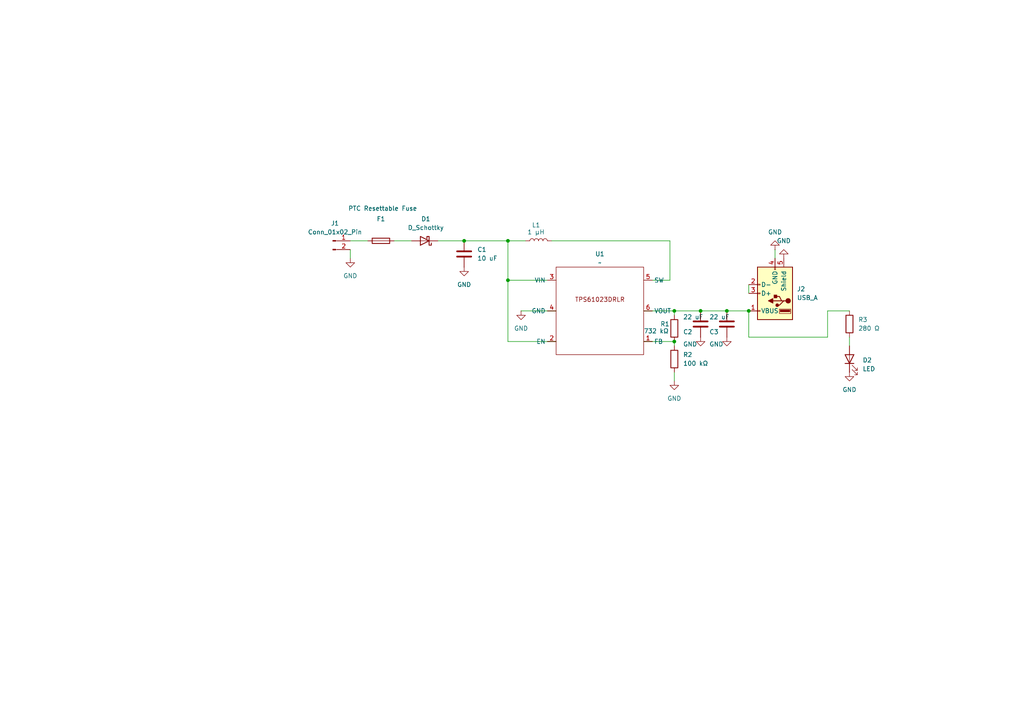
<source format=kicad_sch>
(kicad_sch (version 20231120) (generator "eeschema") (generator_version "8.0")
  (paper "A4")
  (lib_symbols
    (symbol "Connector:Conn_01x02_Pin" (pin_names (offset 1.016) hide)
      (property "Reference" "J" (at 0 2.54 0))
      (property "Value" "Conn_01x02_Pin" (at 0 -5.08 0))
      (symbol "Conn_01x02_Pin_1_1"
        (polyline (pts (xy 1.27 -2.54) (xy 0.8636 -2.54)) (stroke (width 0.1524)))
        (polyline (pts (xy 1.27 0) (xy 0.8636 0)) (stroke (width 0.1524)))
        (rectangle (start 0.8636 -2.413) (end 0 -2.667) (stroke (width 0.1524)) (fill (type outline)))
        (rectangle (start 0.8636 0.127) (end 0 -0.127) (stroke (width 0.1524)) (fill (type outline)))
        (pin passive line (at 5.08 0 180) (length 3.81) (name "Pin_1") (number "1"))
        (pin passive line (at 5.08 -2.54 180) (length 3.81) (name "Pin_2") (number "2"))
      )
    )
    (symbol "Connector:USB_A" (pin_names (offset 1.016))
      (property "Reference" "J" (at -5.08 11.43 0))
      (property "Value" "USB_A" (at -5.08 8.89 0))
      (symbol "USB_A_0_1"
        (rectangle (start -5.08 -7.62) (end 5.08 7.62) (stroke (width 0.254)) (fill (type background)))
        (circle (center -3.81 2.159) (radius 0.635) (stroke (width 0.254)) (fill (type outline)))
        (rectangle (start -1.524 4.826) (end -4.318 5.334) (fill (type outline)))
        (rectangle (start -1.27 4.572) (end -4.572 5.842))
        (circle (center -0.635 3.429) (radius 0.381) (stroke (width 0.254)) (fill (type outline)))
        (rectangle (start -0.127 -7.62) (end 0.127 -6.858))
        (polyline (pts (xy -3.175 2.159) (xy -2.54 2.159) (xy -1.27 3.429) (xy -0.635 3.429)) (stroke (width 0.254)))
        (polyline (pts (xy -2.54 2.159) (xy -1.905 2.159) (xy -1.27 0.889) (xy 0 0.889)) (stroke (width 0.254)))
        (polyline (pts (xy 0.635 2.794) (xy 0.635 1.524) (xy 1.905 2.159) (xy 0.635 2.794)) (stroke (width 0.254)) (fill (type outline)))
        (rectangle (start 0.254 1.27) (end -0.508 0.508) (stroke (width 0.254)) (fill (type outline)))
        (rectangle (start 5.08 -2.667) (end 4.318 -2.413))
        (rectangle (start 5.08 -0.127) (end 4.318 0.127))
        (rectangle (start 5.08 4.953) (end 4.318 5.207))
      )
      (symbol "USB_A_1_1"
        (polyline (pts (xy -1.905 2.159) (xy 0.635 2.159)) (stroke (width 0.254)))
        (pin power_in line (at 7.62 5.08 180) (length 2.54) (name "VBUS") (number "1"))
        (pin bidirectional line (at 7.62 -2.54 180) (length 2.54) (name "D-") (number "2"))
        (pin bidirectional line (at 7.62 0 180) (length 2.54) (name "D+") (number "3"))
        (pin power_in line (at 0 -10.16 90) (length 2.54) (name "GND") (number "4"))
        (pin passive line (at -2.54 -10.16 90) (length 2.54) (name "Shield") (number "5"))
      )
    )
    (symbol "Device:C" (pin_numbers hide) (pin_names (offset 0.254))
      (property "Reference" "C" (at 0.635 2.54 0))
      (property "Value" "C" (at 0.635 -2.54 0))
      (symbol "C_0_1"
        (polyline (pts (xy -2.032 -0.762) (xy 2.032 -0.762)) (stroke (width 0.508)))
        (polyline (pts (xy -2.032 0.762) (xy 2.032 0.762)) (stroke (width 0.508)))
      )
      (symbol "C_1_1"
        (pin passive line (at 0 3.81 270) (length 2.794) (name "~") (number "1"))
        (pin passive line (at 0 -3.81 90) (length 2.794) (name "~") (number "2"))
      )
    )
    (symbol "Device:D_Schottky" (pin_numbers hide) (pin_names (offset 1.016) hide)
      (property "Reference" "D" (at 0 2.54 0))
      (property "Value" "D_Schottky" (at 0 -2.54 0))
      (symbol "D_Schottky_0_1"
        (polyline (pts (xy 1.27 0) (xy -1.27 0)))
        (polyline (pts (xy 1.27 1.27) (xy 1.27 -1.27) (xy -1.27 0) (xy 1.27 1.27)) (stroke (width 0.254)))
        (polyline (pts (xy -1.905 0.635) (xy -1.905 1.27) (xy -1.27 1.27) (xy -1.27 -1.27) (xy -0.635 -1.27) (xy -0.635 -0.635)) (stroke (width 0.254)))
      )
      (symbol "D_Schottky_1_1"
        (pin passive line (at -3.81 0 0) (length 2.54) (name "K") (number "1"))
        (pin passive line (at 3.81 0 180) (length 2.54) (name "A") (number "2"))
      )
    )
    (symbol "Device:Fuse" (pin_numbers hide) (pin_names (offset 0))
      (property "Reference" "F" (at 2.032 0 90))
      (property "Value" "Fuse" (at -1.905 0 90))
      (symbol "Fuse_0_1"
        (rectangle (start -0.762 -2.54) (end 0.762 2.54) (stroke (width 0.254)))
        (polyline (pts (xy 0 2.54) (xy 0 -2.54)))
      )
      (symbol "Fuse_1_1"
        (pin passive line (at 0 3.81 270) (length 1.27) (name "~") (number "1"))
        (pin passive line (at 0 -3.81 90) (length 1.27) (name "~") (number "2"))
      )
    )
    (symbol "Device:L" (pin_numbers hide) (pin_names (offset 1.016) hide)
      (property "Reference" "L" (at -1.27 0 90))
      (property "Value" "L" (at 1.905 0 90))
      (symbol "L_0_1"
        (arc (start 0 -2.54) (mid 0.6323 -1.905) (end 0 -1.27))
        (arc (start 0 -1.27) (mid 0.6323 -0.635) (end 0 0))
        (arc (start 0 0) (mid 0.6323 0.635) (end 0 1.27))
        (arc (start 0 1.27) (mid 0.6323 1.905) (end 0 2.54))
      )
      (symbol "L_1_1"
        (pin passive line (at 0 3.81 270) (length 1.27) (name "1") (number "1"))
        (pin passive line (at 0 -3.81 90) (length 1.27) (name "2") (number "2"))
      )
    )
    (symbol "Device:LED" (pin_numbers hide) (pin_names (offset 1.016) hide)
      (property "Reference" "D" (at 0 2.54 0))
      (property "Value" "LED" (at 0 -2.54 0))
      (symbol "LED_0_1"
        (polyline (pts (xy -1.27 -1.27) (xy -1.27 1.27)) (stroke (width 0.254)))
        (polyline (pts (xy -1.27 0) (xy 1.27 0)))
        (polyline (pts (xy 1.27 -1.27) (xy 1.27 1.27) (xy -1.27 0) (xy 1.27 -1.27)) (stroke (width 0.254)))
        (polyline (pts (xy -3.048 -0.762) (xy -4.572 -2.286) (xy -3.81 -2.286) (xy -4.572 -2.286) (xy -4.572 -1.524)))
        (polyline (pts (xy -1.778 -0.762) (xy -3.302 -2.286) (xy -2.54 -2.286) (xy -3.302 -2.286) (xy -3.302 -1.524)))
      )
      (symbol "LED_1_1"
        (pin passive line (at -3.81 0 0) (length 2.54) (name "K") (number "1"))
        (pin passive line (at 3.81 0 180) (length 2.54) (name "A") (number "2"))
      )
    )
    (symbol "Device:R" (pin_numbers hide) (pin_names (offset 0))
      (property "Reference" "R" (at 2.032 0 90))
      (property "Value" "R" (at 0 0 90))
      (symbol "R_0_1"
        (rectangle (start -1.016 -2.54) (end 1.016 2.54) (stroke (width 0.254)))
      )
      (symbol "R_1_1"
        (pin passive line (at 0 3.81 270) (length 1.27) (name "~") (number "1"))
        (pin passive line (at 0 -3.81 90) (length 1.27) (name "~") (number "2"))
      )
    )
    (symbol "power:GND" (power) (pin_numbers hide) (pin_names (offset 0) hide)
      (property "Value" "GND" (at 0 -3.81 0))
      (symbol "GND_0_1"
        (polyline (pts (xy 0 0) (xy 0 -1.27) (xy 1.27 -1.27) (xy 0 -2.54) (xy -1.27 -1.27) (xy 0 -1.27)))
      )
      (symbol "GND_1_1"
        (pin power_in line (at 0 0 270) (length 0) (name "~") (number "1"))
      )
    )
    (symbol "usb_charger_ic:TPS61023DRLR"
      (property "Reference" "U" (at -0.254 -0.254 0))
      (symbol "TPS61023DRLR_1_1"
        (rectangle (start -12.7 12.7) (end 12.7 -12.7))
        (text "TPS61023DRLR" (at 0 3.302 0) (effects (font (size 1.27 1.27))))
        (pin input line (at 12.7 -8.89 0) (length 2.54) (name "FB") (number "1"))
        (pin input line (at -12.7 -8.89 180) (length 2.54) (name "EN") (number "2"))
        (pin input line (at -12.7 8.89 180) (length 2.54) (name "VIN") (number "3"))
        (pin power_out line (at -12.7 0 180) (length 2.54) (name "GND") (number "4"))
        (pin power_out line (at 12.7 8.89 0) (length 2.54) (name "SW") (number "5"))
        (pin power_out line (at 12.7 0 0) (length 2.54) (name "VOUT") (number "6"))
      )
    )
  )
  (junction (at 147.32 81.28))
  (junction (at 134.62 69.85))
  (junction (at 203.2 90.17))
  (junction (at 147.32 69.85))
  (junction (at 195.58 90.17))
  (junction (at 195.58 99.06))
  (junction (at 210.82 90.17))
  (junction (at 217.17 90.17))
  (wire (pts (xy 203.2 90.17) (xy 210.82 90.17)))
  (wire (pts (xy 127 69.85) (xy 134.62 69.85)))
  (wire (pts (xy 114.3 69.85) (xy 119.38 69.85)))
  (wire (pts (xy 194.31 81.28) (xy 186.69 81.28)))
  (wire (pts (xy 194.31 69.85) (xy 194.31 81.28)))
  (wire (pts (xy 217.17 82.55) (xy 217.17 85.09)))
  (wire (pts (xy 224.79 72.39) (xy 224.79 74.93)))
  (wire (pts (xy 195.58 99.06) (xy 195.58 100.33)))
  (wire (pts (xy 160.02 69.85) (xy 194.31 69.85)))
  (wire (pts (xy 195.58 107.95) (xy 195.58 110.49)))
  (wire (pts (xy 101.6 69.85) (xy 106.68 69.85)))
  (wire (pts (xy 151.13 90.17) (xy 161.29 90.17)))
  (wire (pts (xy 147.32 99.06) (xy 161.29 99.06)))
  (wire (pts (xy 240.03 90.17) (xy 246.38 90.17)))
  (wire (pts (xy 210.82 90.17) (xy 217.17 90.17)))
  (wire (pts (xy 217.17 90.17) (xy 217.17 97.79)))
  (wire (pts (xy 195.58 90.17) (xy 203.2 90.17)))
  (wire (pts (xy 195.58 90.17) (xy 186.69 90.17)))
  (wire (pts (xy 101.6 72.39) (xy 101.6 74.93)))
  (wire (pts (xy 186.69 99.06) (xy 195.58 99.06)))
  (wire (pts (xy 195.58 91.44) (xy 195.58 90.17)))
  (wire (pts (xy 217.17 97.79) (xy 240.03 97.79)))
  (wire (pts (xy 161.29 81.28) (xy 147.32 81.28)))
  (wire (pts (xy 147.32 69.85) (xy 152.4 69.85)))
  (wire (pts (xy 147.32 81.28) (xy 147.32 99.06)))
  (wire (pts (xy 147.32 81.28) (xy 147.32 69.85)))
  (wire (pts (xy 134.62 69.85) (xy 147.32 69.85)))
  (wire (pts (xy 240.03 97.79) (xy 240.03 90.17)))
  (wire (pts (xy 246.38 97.79) (xy 246.38 100.33)))
  (symbol (lib_id "power:GND") (at 224.79 72.39 180) (unit 1)
    (property "Reference" "#PWR06" (effects (hide yes)))
    (property "Value" "GND" (at 224.79 67.31 0))
    (property "Description" "Power symbol creates a global label with name \"GND\" , ground" (effects (hide yes)))
  )
  (symbol (lib_id "Device:D_Schottky") (at 123.19 69.85 180) (unit 1)
    (property "Reference" "D1" (at 123.5075 63.5 0))
    (property "Value" "D_Schottky" (at 123.5075 66.04 0))
    (property "Footprint" "Diode_SMD:D_SOD-123" (effects (hide yes)))
    (property "Description" "Schottky diode" (effects (hide yes)))
  )
  (symbol (lib_id "power:GND") (at 101.6 74.93 0) (unit 1)
    (property "Reference" "#PWR01" (effects (hide yes)))
    (property "Value" "GND" (at 101.6 80.01 0))
    (property "Description" "Power symbol creates a global label with name \"GND\" , ground" (effects (hide yes)))
  )
  (symbol (lib_id "Device:R") (at 195.58 104.14 0) (unit 1)
    (property "Reference" "R2" (at 198.12 102.8699 0) (effects (justify left)))
    (property "Value" "100 kΩ" (at 198.12 105.4099 0) (effects (justify left)))
    (property "Footprint" "Resistor_SMD:R_0603_1608Metric" (effects (hide yes)))
    (property "Description" "Resistor" (effects (hide yes)))
  )
  (symbol (lib_id "Device:R") (at 246.38 93.98 0) (unit 1)
    (property "Reference" "R3" (at 248.92 92.7099 0) (effects (justify left)))
    (property "Value" "280 Ω" (at 248.92 95.2499 0) (effects (justify left)))
    (property "Footprint" "Resistor_SMD:R_0805_2012Metric" (effects (hide yes)))
    (property "Description" "Resistor" (effects (hide yes)))
  )
  (symbol (lib_id "Device:LED") (at 246.38 104.14 90) (unit 1)
    (property "Reference" "D2" (at 250.19 104.4574 90) (effects (justify right)))
    (property "Value" "LED" (at 250.19 106.9974 90) (effects (justify right)))
    (property "Footprint" "LED_SMD:LED_ROHM_SMLVN6" (effects (hide yes)))
    (property "Description" "Light emitting diode" (effects (hide yes)))
  )
  (symbol (lib_id "Device:R") (at 195.58 95.25 0) (unit 1)
    (property "Reference" "R1" (at 191.516 93.98 0) (effects (justify left)))
    (property "Value" "732 kΩ" (at 186.69 96.012 0) (effects (justify left)))
    (property "Footprint" "Resistor_SMD:R_0603_1608Metric" (effects (hide yes)))
    (property "Description" "Resistor" (effects (hide yes)))
  )
  (symbol (lib_id "power:GND") (at 210.82 97.79 0) (unit 1)
    (property "Reference" "#PWR09" (effects (hide yes)))
    (property "Value" "GND" (at 207.772 99.822 0))
    (property "Description" "Power symbol creates a global label with name \"GND\" , ground" (effects (hide yes)))
  )
  (symbol (lib_id "power:GND") (at 195.58 110.49 0) (unit 1)
    (property "Reference" "#PWR04" (effects (hide yes)))
    (property "Value" "GND" (at 195.58 115.57 0))
    (property "Description" "Power symbol creates a global label with name \"GND\" , ground" (effects (hide yes)))
  )
  (symbol (lib_id "power:GND") (at 203.2 97.79 0) (unit 1)
    (property "Reference" "#PWR08" (effects (hide yes)))
    (property "Value" "GND" (at 200.152 99.822 0))
    (property "Description" "Power symbol creates a global label with name \"GND\" , ground" (effects (hide yes)))
  )
  (symbol (lib_id "power:GND") (at 227.33 74.93 180) (unit 1)
    (property "Reference" "#PWR05" (effects (hide yes)))
    (property "Value" "GND" (at 227.33 69.85 0))
    (property "Description" "Power symbol creates a global label with name \"GND\" , ground" (effects (hide yes)))
  )
  (symbol (lib_id "Connector:Conn_01x02_Pin") (at 96.52 69.85 0) (unit 1)
    (property "Reference" "J1" (at 97.155 64.77 0))
    (property "Value" "Conn_01x02_Pin" (at 97.155 67.31 0))
    (property "Footprint" "Connector_PinHeader_2.54mm:PinHeader_1x02_P2.54mm_Vertical" (effects (hide yes)))
    (property "Description" "Generic connector, single row, 01x02, script generated" (effects (hide yes)))
  )
  (symbol (lib_id "power:GND") (at 134.62 77.47 0) (unit 1)
    (property "Reference" "#PWR02" (effects (hide yes)))
    (property "Value" "GND" (at 134.62 82.55 0))
    (property "Description" "Power symbol creates a global label with name \"GND\" , ground" (effects (hide yes)))
  )
  (symbol (lib_id "power:GND") (at 246.38 107.95 0) (unit 1)
    (property "Reference" "#PWR07" (effects (hide yes)))
    (property "Value" "GND" (at 246.38 113.03 0))
    (property "Description" "Power symbol creates a global label with name \"GND\" , ground" (effects (hide yes)))
  )
  (symbol (lib_id "Device:C") (at 203.2 93.98 0) (unit 1)
    (property "Reference" "C2" (at 198.12 96.266 0) (effects (justify left)))
    (property "Value" "22 uF" (at 198.12 91.948 0) (effects (justify left)))
    (property "Footprint" "Capacitor_SMD:C_0805_2012Metric" (effects (hide yes)))
    (property "Description" "Unpolarized capacitor" (effects (hide yes)))
  )
  (symbol (lib_id "Device:L") (at 156.21 69.85 90) (unit 1)
    (property "Reference" "L1" (at 156.718 65.278 90) (effects (justify left)))
    (property "Value" "1 µH" (at 157.988 67.31 90) (effects (justify left)))
    (property "Footprint" "Inductor_SMD_Wurth:L_Wurth_WE-LQSH-4020" (effects (hide yes)))
    (property "Description" "Inductor" (effects (hide yes)))
  )
  (symbol (lib_id "Connector:USB_A") (at 224.79 85.09 180) (unit 1)
    (property "Reference" "J2" (at 231.14 83.8199 0) (effects (justify right)))
    (property "Value" "USB_A" (at 231.14 86.3599 0) (effects (justify right)))
    (property "Footprint" "usb_charger_library:87520_0010BLF" (effects (hide yes)))
    (property "Description" "USB Type A connector" (effects (hide yes)))
  )
  (symbol (lib_id "Device:Fuse") (at 110.49 69.85 90) (unit 1)
    (property "Reference" "F1" (at 110.49 63.5 90))
    (property "Value" "PTC Resettable Fuse" (at 110.998 60.452 90))
    (property "Footprint" "Fuse:Fuse_1812_4532Metric_Pad1.30x3.40mm_HandSolder" (effects (hide yes)))
    (property "Description" "Fuse" (effects (hide yes)))
  )
  (symbol (lib_id "power:GND") (at 151.13 90.17 0) (unit 1)
    (property "Reference" "#PWR03" (effects (hide yes)))
    (property "Value" "GND" (at 151.13 95.25 0))
    (property "Description" "Power symbol creates a global label with name \"GND\" , ground" (effects (hide yes)))
  )
  (symbol (lib_id "Device:C") (at 134.62 73.66 0) (unit 1)
    (property "Reference" "C1" (at 138.43 72.3899 0) (effects (justify left)))
    (property "Value" "10 uF" (at 138.43 74.9299 0) (effects (justify left)))
    (property "Footprint" "Capacitor_SMD:C_0805_2012Metric" (effects (hide yes)))
    (property "Description" "Unpolarized capacitor" (effects (hide yes)))
  )
  (symbol (lib_id "Device:C") (at 210.82 93.98 0) (unit 1)
    (property "Reference" "C3" (at 205.74 96.266 0) (effects (justify left)))
    (property "Value" "22 uF" (at 205.74 91.948 0) (effects (justify left)))
    (property "Footprint" "Capacitor_SMD:C_0805_2012Metric" (effects (hide yes)))
    (property "Description" "Unpolarized capacitor" (effects (hide yes)))
  )
  (symbol (lib_id "usb_charger_ic:TPS61023DRLR") (at 173.99 90.17 0) (unit 1)
    (property "Reference" "U1" (at 173.99 73.66 0))
    (property "Value" "~" (at 173.99 76.2 0))
    (property "Footprint" "usb_charger_library:TPS61023DRLR" (effects (hide yes)))
  )
)
</source>
